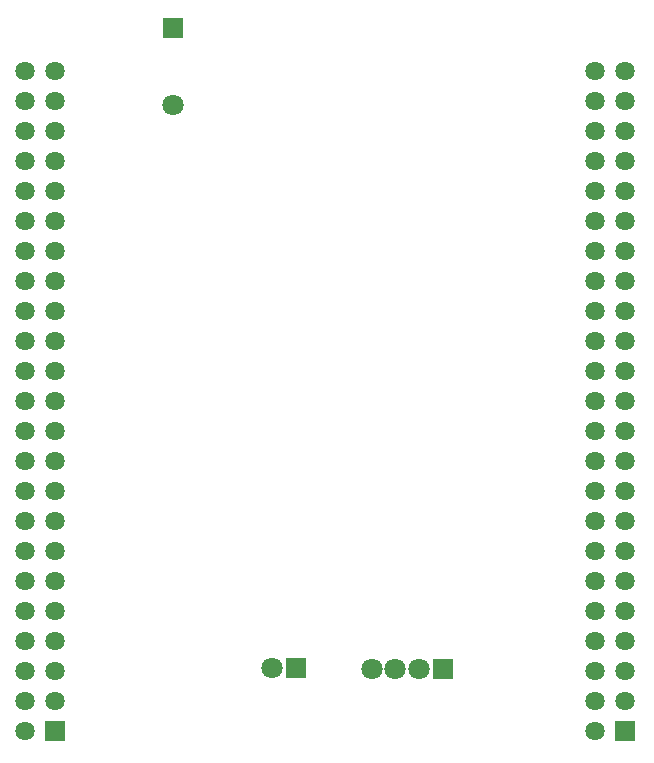
<source format=gbr>
G04 DipTrace 3.0.0.1*
G04 BottomMask.gbr*
%MOMM*%
G04 #@! TF.FileFunction,Soldermask,Bot*
G04 #@! TF.Part,Single*
%AMOUTLINE0*5,1,4,0,0,2.30517,-135.0*%
%ADD32C,1.63*%
%ADD46C,1.8*%
%ADD48R,1.8X1.8*%
%ADD68OUTLINE0*%
%FSLAX35Y35*%
G04*
G71*
G90*
G75*
G01*
G04 BotMask*
%LPD*%
D48*
X2633333Y2588333D3*
D46*
X2433333D3*
D48*
X3874000Y2583333D3*
D46*
X3674000D3*
X3474000D3*
X3274000D3*
D48*
X1589000Y8007667D3*
D46*
Y7357667D3*
D68*
X594333Y2055000D3*
D32*
X340333D3*
X594333Y2309000D3*
X340333D3*
X594333Y2563000D3*
X340333D3*
X594333Y2817000D3*
X340333D3*
X594333Y3071000D3*
X340333D3*
X594333Y3325000D3*
X340333D3*
X594333Y3579000D3*
X340333D3*
X594333Y3833000D3*
X340333D3*
X594333Y4087000D3*
X340333D3*
X594333Y4341000D3*
X340333D3*
X594333Y4595000D3*
X340333D3*
X594333Y4849000D3*
X340333D3*
X594333Y5103000D3*
X340333D3*
X594333Y5357000D3*
X340333D3*
X594333Y5611000D3*
X340333D3*
X594333Y5865000D3*
X340333D3*
X594333Y6119000D3*
X340333D3*
X594333Y6373000D3*
X340333D3*
X594333Y6627000D3*
X340333D3*
X594333Y6881000D3*
X340333D3*
X594333Y7135000D3*
X340333D3*
X594333Y7389000D3*
X340333D3*
X594333Y7643000D3*
X340333D3*
D68*
X5420333Y2055000D3*
D32*
X5166333D3*
X5420333Y2309000D3*
X5166333D3*
X5420333Y2563000D3*
X5166333D3*
X5420333Y2817000D3*
X5166333D3*
X5420333Y3071000D3*
X5166333D3*
X5420333Y3325000D3*
X5166333D3*
X5420333Y3579000D3*
X5166333D3*
X5420333Y3833000D3*
X5166333D3*
X5420333Y4087000D3*
X5166333D3*
X5420333Y4341000D3*
X5166333D3*
X5420333Y4595000D3*
X5166333D3*
X5420333Y4849000D3*
X5166333D3*
X5420333Y5103000D3*
X5166333D3*
X5420333Y5357000D3*
X5166333D3*
X5420333Y5611000D3*
X5166333D3*
X5420333Y5865000D3*
X5166333D3*
X5420333Y6119000D3*
X5166333D3*
X5420333Y6373000D3*
X5166333D3*
X5420333Y6627000D3*
X5166333D3*
X5420333Y6881000D3*
X5166333D3*
X5420333Y7135000D3*
X5166333D3*
X5420333Y7389000D3*
X5166333D3*
X5420333Y7643000D3*
X5166333D3*
M02*

</source>
